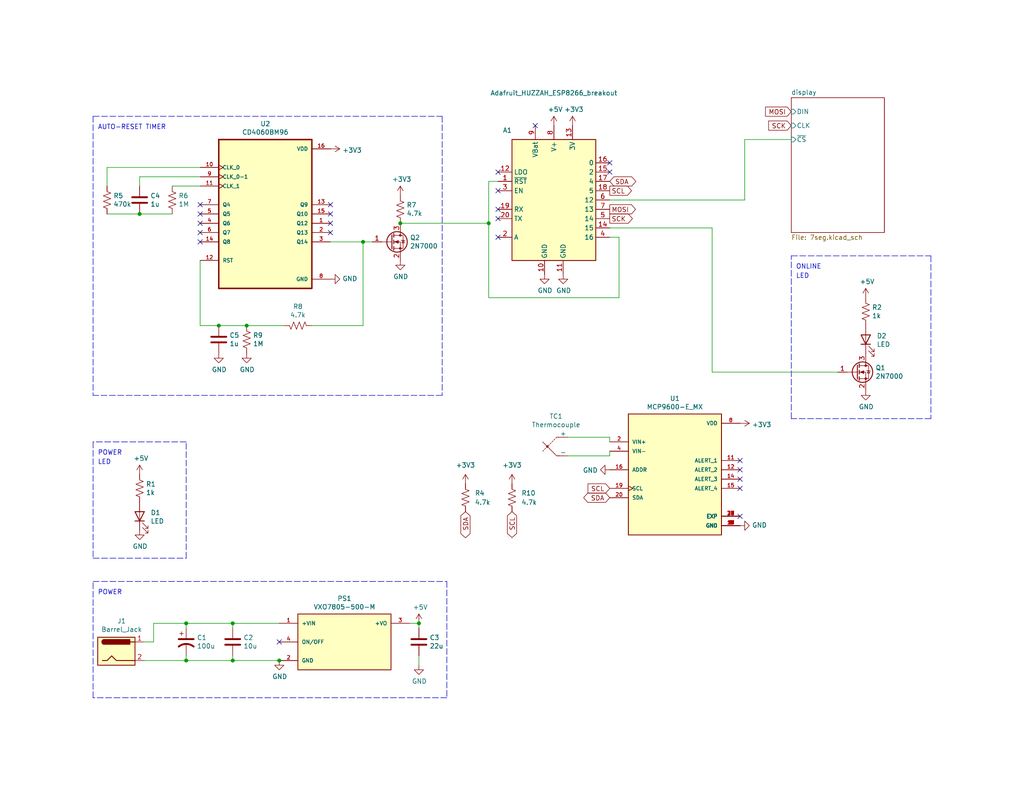
<source format=kicad_sch>
(kicad_sch (version 20211123) (generator eeschema)
  (paper "USLetter")
  (title_block (title "MQTT Thermocouple") (date "2022-04-22") (rev "B") (company "University of Wisconsin-Madison") (comment 1 "Department of Chemistry") (comment 2 "Instrument Shop") (comment 3 "Blaise Thompson") (comment 4 "blaise.thompson@wisc.edu"))
  (lib_symbols
    (symbol "CD4060BM96:CD4060BM96" (pin_names (offset 1.016))
      (property "Reference" "U" (at -12.7 21.3106 0))
      (property "Value" "CD4060BM96" (at -12.7 -24.3078 0))
      (symbol "CD4060BM96_0_0"
        (rectangle (start -12.7 -20.32) (end 12.7 20.32) (stroke (width 0.4064)) (fill (type background)))
        (pin bidirectional line (at 17.78 -2.54 180) (length 5.08) (name "Q12") (number "1"))
        (pin input clock (at -17.78 12.7 0) (length 5.08) (name "CLK_0") (number "10"))
        (pin input clock (at -17.78 7.62 0) (length 5.08) (name "CLK_1") (number "11"))
        (pin bidirectional line (at -17.78 -12.7 0) (length 5.08) (name "RST") (number "12"))
        (pin bidirectional line (at 17.78 2.54 180) (length 5.08) (name "Q9") (number "13"))
        (pin bidirectional line (at -17.78 -7.62 0) (length 5.08) (name "Q8") (number "14"))
        (pin bidirectional line (at 17.78 0 180) (length 5.08) (name "Q10") (number "15"))
        (pin power_in line (at 17.78 17.78 180) (length 5.08) (name "VDD") (number "16"))
        (pin bidirectional line (at 17.78 -5.08 180) (length 5.08) (name "Q13") (number "2"))
        (pin bidirectional line (at 17.78 -7.62 180) (length 5.08) (name "Q14") (number "3"))
        (pin bidirectional line (at -17.78 -2.54 0) (length 5.08) (name "Q6") (number "4"))
        (pin bidirectional line (at -17.78 0 0) (length 5.08) (name "Q5") (number "5"))
        (pin bidirectional line (at -17.78 -5.08 0) (length 5.08) (name "Q7") (number "6"))
        (pin bidirectional line (at -17.78 2.54 0) (length 5.08) (name "Q4") (number "7"))
        (pin power_in line (at 17.78 -17.78 180) (length 5.08) (name "GND") (number "8"))
        (pin input clock (at -17.78 10.16 0) (length 5.08) (name "CLK_0-1") (number "9"))
      )
    )
    (symbol "Connector:Barrel_Jack" (pin_names (offset 1.016))
      (property "Reference" "J" (at 0 5.334 0))
      (property "Value" "Barrel_Jack" (at 0 -5.08 0))
      (symbol "Barrel_Jack_0_1"
        (rectangle (start -5.08 3.81) (end 5.08 -3.81) (stroke (width 0.254)) (fill (type background)))
        (arc (start -3.302 3.175) (mid -3.937 2.54) (end -3.302 1.905) (stroke (width 0.254)))
        (arc (start -3.302 3.175) (mid -3.937 2.54) (end -3.302 1.905) (stroke (width 0.254)) (fill (type outline)))
        (polyline (pts (xy 5.08 2.54) (xy 3.81 2.54)) (stroke (width 0.254)))
        (polyline (pts (xy -3.81 -2.54) (xy -2.54 -2.54) (xy -1.27 -1.27) (xy 0 -2.54) (xy 2.54 -2.54) (xy 5.08 -2.54)) (stroke (width 0.254)))
        (rectangle (start 3.683 3.175) (end -3.302 1.905) (stroke (width 0.254)) (fill (type outline)))
      )
      (symbol "Barrel_Jack_1_1"
        (pin passive line (at 7.62 2.54 180) (length 2.54) (name "~") (number "1"))
        (pin passive line (at 7.62 -2.54 180) (length 2.54) (name "~") (number "2"))
      )
    )
    (symbol "Device:C" (pin_numbers hide) (pin_names (offset 0.254))
      (property "Reference" "C" (at 0.635 2.54 0))
      (property "Value" "C" (at 0.635 -2.54 0))
      (symbol "C_0_1"
        (polyline (pts (xy -2.032 -0.762) (xy 2.032 -0.762)) (stroke (width 0.508)))
        (polyline (pts (xy -2.032 0.762) (xy 2.032 0.762)) (stroke (width 0.508)))
      )
      (symbol "C_1_1"
        (pin passive line (at 0 3.81 270) (length 2.794) (name "~") (number "1"))
        (pin passive line (at 0 -3.81 90) (length 2.794) (name "~") (number "2"))
      )
    )
    (symbol "Device:CP1" (pin_numbers hide) (pin_names (offset 0.254) hide)
      (property "Reference" "C" (at 0.635 2.54 0))
      (property "Value" "Device_CP1" (at 0.635 -2.54 0))
      (symbol "CP1_0_1"
        (polyline (pts (xy -2.032 0.762) (xy 2.032 0.762)) (stroke (width 0.508)))
        (polyline (pts (xy -1.778 2.286) (xy -0.762 2.286)))
        (polyline (pts (xy -1.27 1.778) (xy -1.27 2.794)))
        (arc (start 2.032 -1.27) (mid 0 -0.5572) (end -2.032 -1.27) (stroke (width 0.508)))
      )
      (symbol "CP1_1_1"
        (pin passive line (at 0 3.81 270) (length 2.794) (name "~") (number "1"))
        (pin passive line (at 0 -3.81 90) (length 3.302) (name "~") (number "2"))
      )
    )
    (symbol "Device:LED" (pin_numbers hide) (pin_names (offset 1.016) hide)
      (property "Reference" "D" (at 0 2.54 0))
      (property "Value" "LED" (at 0 -2.54 0))
      (symbol "LED_0_1"
        (polyline (pts (xy -1.27 -1.27) (xy -1.27 1.27)) (stroke (width 0.254)))
        (polyline (pts (xy -1.27 0) (xy 1.27 0)))
        (polyline (pts (xy 1.27 -1.27) (xy 1.27 1.27) (xy -1.27 0) (xy 1.27 -1.27)) (stroke (width 0.254)))
        (polyline (pts (xy -3.048 -0.762) (xy -4.572 -2.286) (xy -3.81 -2.286) (xy -4.572 -2.286) (xy -4.572 -1.524)))
        (polyline (pts (xy -1.778 -0.762) (xy -3.302 -2.286) (xy -2.54 -2.286) (xy -3.302 -2.286) (xy -3.302 -1.524)))
      )
      (symbol "LED_1_1"
        (pin passive line (at -3.81 0 0) (length 2.54) (name "K") (number "1"))
        (pin passive line (at 3.81 0 180) (length 2.54) (name "A") (number "2"))
      )
    )
    (symbol "Device:Q_NMOS_GSD" (pin_names (offset 0) hide)
      (property "Reference" "Q" (at 5.08 1.27 0))
      (property "Value" "Q_NMOS_GSD" (at 5.08 -1.27 0))
      (symbol "Q_NMOS_GSD_0_1"
        (polyline (pts (xy 0.254 0) (xy -2.54 0)))
        (polyline (pts (xy 0.254 1.905) (xy 0.254 -1.905)) (stroke (width 0.254)))
        (polyline (pts (xy 0.762 -1.27) (xy 0.762 -2.286)) (stroke (width 0.254)))
        (polyline (pts (xy 0.762 0.508) (xy 0.762 -0.508)) (stroke (width 0.254)))
        (polyline (pts (xy 0.762 2.286) (xy 0.762 1.27)) (stroke (width 0.254)))
        (polyline (pts (xy 2.54 2.54) (xy 2.54 1.778)))
        (polyline (pts (xy 2.54 -2.54) (xy 2.54 0) (xy 0.762 0)))
        (polyline (pts (xy 0.762 -1.778) (xy 3.302 -1.778) (xy 3.302 1.778) (xy 0.762 1.778)))
        (polyline (pts (xy 1.016 0) (xy 2.032 0.381) (xy 2.032 -0.381) (xy 1.016 0)) (fill (type outline)))
        (polyline (pts (xy 2.794 0.508) (xy 2.921 0.381) (xy 3.683 0.381) (xy 3.81 0.254)))
        (polyline (pts (xy 3.302 0.381) (xy 2.921 -0.254) (xy 3.683 -0.254) (xy 3.302 0.381)))
        (circle (center 1.651 0) (radius 2.794) (stroke (width 0.254)))
        (circle (center 2.54 -1.778) (radius 0.254) (fill (type outline)))
        (circle (center 2.54 1.778) (radius 0.254) (fill (type outline)))
      )
      (symbol "Q_NMOS_GSD_1_1"
        (pin input line (at -5.08 0 0) (length 2.54) (name "G") (number "1"))
        (pin passive line (at 2.54 -5.08 90) (length 2.54) (name "S") (number "2"))
        (pin passive line (at 2.54 5.08 270) (length 2.54) (name "D") (number "3"))
      )
    )
    (symbol "Device:R_US" (pin_numbers hide) (pin_names (offset 0))
      (property "Reference" "R" (at 2.54 0 90))
      (property "Value" "R_US" (at -2.54 0 90))
      (symbol "R_US_0_1"
        (polyline (pts (xy 0 -2.286) (xy 0 -2.54)))
        (polyline (pts (xy 0 2.286) (xy 0 2.54)))
        (polyline (pts (xy 0 -0.762) (xy 1.016 -1.143) (xy 0 -1.524) (xy -1.016 -1.905) (xy 0 -2.286)))
        (polyline (pts (xy 0 0.762) (xy 1.016 0.381) (xy 0 0) (xy -1.016 -0.381) (xy 0 -0.762)))
        (polyline (pts (xy 0 2.286) (xy 1.016 1.905) (xy 0 1.524) (xy -1.016 1.143) (xy 0 0.762)))
      )
      (symbol "R_US_1_1"
        (pin passive line (at 0 3.81 270) (length 1.27) (name "~") (number "1"))
        (pin passive line (at 0 -3.81 90) (length 1.27) (name "~") (number "2"))
      )
    )
    (symbol "Device:Thermocouple" (pin_numbers hide) (pin_names (offset 0))
      (property "Reference" "TC" (at -3.048 3.81 0))
      (property "Value" "Thermocouple" (at -5.08 -4.064 0))
      (symbol "Thermocouple_0_1"
        (circle (center -3.048 0) (radius 0.254) (fill (type outline)))
        (polyline (pts (xy -4.064 -1.016) (xy -4.318 -1.27)))
        (polyline (pts (xy -3.556 -0.508) (xy -3.81 -0.762)))
        (polyline (pts (xy -3.048 0) (xy -3.302 -0.254)))
        (polyline (pts (xy -2.54 0.508) (xy -2.794 0.254)))
        (polyline (pts (xy -2.032 1.016) (xy -2.286 0.762)))
        (polyline (pts (xy -1.524 1.524) (xy -1.778 1.27)))
        (polyline (pts (xy -1.016 2.032) (xy -1.27 1.778)))
        (polyline (pts (xy -0.508 2.54) (xy -0.762 2.286)))
        (polyline (pts (xy 0 -2.54) (xy -0.254 -2.54)))
        (polyline (pts (xy 0 2.54) (xy -0.508 2.54)))
        (polyline (pts (xy 0.254 -2.54) (xy -0.508 -2.54) (xy -4.318 1.27)))
      )
      (symbol "Thermocouple_1_1"
        (pin passive line (at 2.54 2.54 180) (length 2.54) (name "+") (number "1"))
        (pin passive line (at 2.54 -2.54 180) (length 2.54) (name "-") (number "2"))
      )
    )
    (symbol "MCP9600-E_MX:MCP9600-E_MX" (pin_names (offset 1.016))
      (property "Reference" "U" (at -12.7 19.05 0))
      (property "Value" "MCP9600-E_MX_MCP9600-E_MX" (at -12.7 -16.51 0))
      (symbol "MCP9600-E_MX_0_0"
        (rectangle (start -12.7 -15.24) (end 12.7 17.78) (stroke (width 0.254)) (fill (type background)))
        (pin power_in line (at 17.78 -12.7 180) (length 5.08) (name "GND") (number "1"))
        (pin power_in line (at 17.78 -12.7 180) (length 5.08) (name "GND") (number "10"))
        (pin output line (at 17.78 5.08 180) (length 5.08) (name "ALERT_1") (number "11"))
        (pin output line (at 17.78 2.54 180) (length 5.08) (name "ALERT_2") (number "12"))
        (pin power_in line (at 17.78 -12.7 180) (length 5.08) (name "GND") (number "13"))
        (pin output line (at 17.78 0 180) (length 5.08) (name "ALERT_3") (number "14"))
        (pin output line (at 17.78 -2.54 180) (length 5.08) (name "ALERT_4") (number "15"))
        (pin input line (at -17.78 2.54 0) (length 5.08) (name "ADDR") (number "16"))
        (pin power_in line (at 17.78 -12.7 180) (length 5.08) (name "GND") (number "17"))
        (pin power_in line (at 17.78 -12.7 180) (length 5.08) (name "GND") (number "18"))
        (pin input clock (at -17.78 -2.54 0) (length 5.08) (name "SCL") (number "19"))
        (pin input line (at -17.78 10.16 0) (length 5.08) (name "VIN+") (number "2"))
        (pin bidirectional line (at -17.78 -5.08 0) (length 5.08) (name "SDA") (number "20"))
        (pin power_in line (at 17.78 -10.16 180) (length 5.08) (name "EXP") (number "21"))
        (pin power_in line (at 17.78 -10.16 180) (length 5.08) (name "EXP") (number "22"))
        (pin power_in line (at 17.78 -10.16 180) (length 5.08) (name "EXP") (number "23"))
        (pin power_in line (at 17.78 -10.16 180) (length 5.08) (name "EXP") (number "24"))
        (pin power_in line (at 17.78 -10.16 180) (length 5.08) (name "EXP") (number "25"))
        (pin power_in line (at 17.78 -10.16 180) (length 5.08) (name "EXP") (number "26"))
        (pin power_in line (at 17.78 -10.16 180) (length 5.08) (name "EXP") (number "27"))
        (pin power_in line (at 17.78 -10.16 180) (length 5.08) (name "EXP") (number "28"))
        (pin power_in line (at 17.78 -10.16 180) (length 5.08) (name "EXP") (number "29"))
        (pin power_in line (at 17.78 -12.7 180) (length 5.08) (name "GND") (number "3"))
        (pin power_in line (at 17.78 -10.16 180) (length 5.08) (name "EXP") (number "30"))
        (pin input line (at -17.78 7.62 0) (length 5.08) (name "VIN-") (number "4"))
        (pin power_in line (at 17.78 -12.7 180) (length 5.08) (name "GND") (number "5"))
        (pin power_in line (at 17.78 -12.7 180) (length 5.08) (name "GND") (number "6"))
        (pin power_in line (at 17.78 -12.7 180) (length 5.08) (name "GND") (number "7"))
        (pin power_in line (at 17.78 15.24 180) (length 5.08) (name "VDD") (number "8"))
        (pin power_in line (at 17.78 -12.7 180) (length 5.08) (name "GND") (number "9"))
      )
    )
    (symbol "MCU_Module:Adafruit_HUZZAH_ESP8266_breakout"
      (property "Reference" "A" (at 7.62 19.05 0))
      (property "Value" "Adafruit_HUZZAH_ESP8266_breakout" (at 3.81 -19.05 0))
      (symbol "Adafruit_HUZZAH_ESP8266_breakout_0_1"
        (rectangle (start -11.43 16.51) (end 11.43 -16.51) (stroke (width 0.254)) (fill (type background)))
      )
      (symbol "Adafruit_HUZZAH_ESP8266_breakout_1_1"
        (pin input line (at -15.24 5.08 0) (length 3.81) (name "~{RST}") (number "1"))
        (pin power_in line (at -2.54 -20.32 90) (length 3.81) (name "GND") (number "10"))
        (pin power_in line (at 2.54 -20.32 90) (length 3.81) (name "GND") (number "11"))
        (pin input line (at -15.24 7.62 0) (length 3.81) (name "LDO") (number "12"))
        (pin power_out line (at 5.08 20.32 270) (length 3.81) (name "3V") (number "13"))
        (pin bidirectional line (at 15.24 -7.62 180) (length 3.81) (name "15") (number "14"))
        (pin bidirectional line (at 15.24 7.62 180) (length 3.81) (name "2") (number "15"))
        (pin bidirectional line (at 15.24 10.16 180) (length 3.81) (name "0") (number "16"))
        (pin bidirectional line (at 15.24 5.08 180) (length 3.81) (name "4") (number "17"))
        (pin bidirectional line (at 15.24 2.54 180) (length 3.81) (name "5") (number "18"))
        (pin input line (at -15.24 -2.54 0) (length 3.81) (name "RX") (number "19"))
        (pin input line (at -15.24 -10.16 0) (length 3.81) (name "A") (number "2"))
        (pin output line (at -15.24 -5.08 0) (length 3.81) (name "TX") (number "20"))
        (pin input line (at -15.24 2.54 0) (length 3.81) (name "EN") (number "3"))
        (pin bidirectional line (at 15.24 -10.16 180) (length 3.81) (name "16") (number "4"))
        (pin bidirectional line (at 15.24 -5.08 180) (length 3.81) (name "14") (number "5"))
        (pin bidirectional line (at 15.24 0 180) (length 3.81) (name "12") (number "6"))
        (pin bidirectional line (at 15.24 -2.54 180) (length 3.81) (name "13") (number "7"))
        (pin power_in line (at 0 20.32 270) (length 3.81) (name "V+") (number "8"))
        (pin power_in line (at -5.08 20.32 270) (length 3.81) (name "VBat") (number "9"))
      )
    )
    (symbol "VXO7805-500-M:VXO7805-500-M" (pin_names (offset 1.016))
      (property "Reference" "PS" (at -12.7 8.89 0))
      (property "Value" "VXO7805-500-M" (at -12.7 -8.89 0))
      (symbol "VXO7805-500-M_0_0"
        (pin input line (at -17.78 5.08 0) (length 5.08) (name "+VIN") (number "1"))
        (pin power_in line (at -17.78 -5.08 0) (length 5.08) (name "GND") (number "2"))
        (pin output line (at 17.78 5.08 180) (length 5.08) (name "+VO") (number "3"))
        (pin input line (at -17.78 0 0) (length 5.08) (name "ON/OFF") (number "4"))
      )
      (symbol "VXO7805-500-M_1_1"
        (rectangle (start -12.7 7.62) (end 12.7 -7.62) (stroke (width 0.254)) (fill (type background)))
      )
    )
    (symbol "power:+3.3V" (power) (pin_names (offset 0))
      (property "Value" "+3.3V" (at 0 3.556 0))
      (symbol "+3.3V_0_1"
        (polyline (pts (xy -0.762 1.27) (xy 0 2.54)))
        (polyline (pts (xy 0 0) (xy 0 2.54)))
        (polyline (pts (xy 0 2.54) (xy 0.762 1.27)))
      )
      (symbol "+3.3V_1_1"
        (pin power_in line (at 0 0 90) (length 0) hide (name "+3V3") (number "1"))
      )
    )
    (symbol "power:+5V" (power) (pin_names (offset 0))
      (property "Value" "+5V" (at 0 3.556 0))
      (symbol "+5V_0_1"
        (polyline (pts (xy -0.762 1.27) (xy 0 2.54)))
        (polyline (pts (xy 0 0) (xy 0 2.54)))
        (polyline (pts (xy 0 2.54) (xy 0.762 1.27)))
      )
      (symbol "+5V_1_1"
        (pin power_in line (at 0 0 90) (length 0) hide (name "+5V") (number "1"))
      )
    )
    (symbol "power:GND" (power) (pin_names (offset 0))
      (property "Value" "GND" (at 0 -3.81 0))
      (symbol "GND_0_1"
        (polyline (pts (xy 0 0) (xy 0 -1.27) (xy 1.27 -1.27) (xy 0 -2.54) (xy -1.27 -1.27) (xy 0 -1.27)))
      )
      (symbol "GND_1_1"
        (pin power_in line (at 0 0 270) (length 0) hide (name "GND") (number "1"))
      )
    )
  )
  (junction (at 50.8 170.18))
  (junction (at 63.5 170.18))
  (junction (at 59.69 88.9))
  (junction (at 114.3 170.18))
  (junction (at 50.8 180.34))
  (junction (at 76.2 180.34))
  (junction (at 67.31 88.9))
  (junction (at 63.5 180.34))
  (junction (at 133.35 60.96))
  (junction (at 99.06 66.04))
  (junction (at 109.22 60.96))
  (junction (at 38.1 58.42))
  (no_connect (at 135.89 52.07))
  (no_connect (at 135.89 57.15))
  (no_connect (at 54.61 58.42))
  (no_connect (at 76.2 175.26))
  (no_connect (at 90.17 63.5))
  (no_connect (at 90.17 58.42))
  (no_connect (at 201.93 128.27))
  (no_connect (at 54.61 66.04))
  (no_connect (at 54.61 60.96))
  (no_connect (at 166.37 46.99))
  (no_connect (at 146.05 34.29))
  (no_connect (at 90.17 60.96))
  (no_connect (at 166.37 44.45))
  (no_connect (at 54.61 55.88))
  (no_connect (at 135.89 59.69))
  (no_connect (at 201.93 140.97))
  (no_connect (at 90.17 55.88))
  (no_connect (at 201.93 130.81))
  (no_connect (at 201.93 133.35))
  (no_connect (at 201.93 125.73))
  (no_connect (at 135.89 46.99))
  (no_connect (at 135.89 64.77))
  (no_connect (at 54.61 63.5))
  (polyline (pts (xy 25.4 31.75) (xy 120.65 31.75)))
  (wire (pts (xy 50.8 180.34) (xy 63.5 180.34)))
  (wire (pts (xy 63.5 179.07) (xy 63.5 180.34)))
  (wire (pts (xy 194.31 101.6) (xy 228.6 101.6)))
  (polyline (pts (xy 25.4 190.5) (xy 25.4 158.75)))
  (wire (pts (xy 54.61 48.26) (xy 38.1 48.26)))
  (polyline (pts (xy 25.4 31.75) (xy 25.4 107.95)))
  (wire (pts (xy 194.31 62.23) (xy 194.31 101.6)))
  (polyline (pts (xy 120.65 107.95) (xy 25.4 107.95)))
  (wire (pts (xy 50.8 171.45) (xy 50.8 170.18)))
  (polyline (pts (xy 25.4 152.4) (xy 50.8 152.4)))
  (wire (pts (xy 168.91 64.77) (xy 168.91 81.28)))
  (wire (pts (xy 39.37 175.26) (xy 41.91 175.26)))
  (wire (pts (xy 29.21 45.72) (xy 29.21 50.8)))
  (wire (pts (xy 133.35 49.53) (xy 133.35 60.96)))
  (polyline (pts (xy 25.4 120.65) (xy 25.4 152.4)))
  (wire (pts (xy 114.3 179.07) (xy 114.3 181.61)))
  (wire (pts (xy 63.5 170.18) (xy 76.2 170.18)))
  (wire (pts (xy 133.35 49.53) (xy 135.89 49.53)))
  (wire (pts (xy 63.5 180.34) (xy 76.2 180.34)))
  (polyline (pts (xy 121.92 190.5) (xy 25.4 190.5)))
  (wire (pts (xy 54.61 45.72) (xy 29.21 45.72)))
  (wire (pts (xy 154.94 119.38) (xy 166.37 119.38)))
  (wire (pts (xy 67.31 88.9) (xy 77.47 88.9)))
  (wire (pts (xy 133.35 81.28) (xy 168.91 81.28)))
  (wire (pts (xy 41.91 170.18) (xy 50.8 170.18)))
  (polyline (pts (xy 254 69.85) (xy 254 114.3)))
  (wire (pts (xy 39.37 180.34) (xy 50.8 180.34)))
  (wire (pts (xy 50.8 179.07) (xy 50.8 180.34)))
  (wire (pts (xy 54.61 88.9) (xy 59.69 88.9)))
  (wire (pts (xy 109.22 60.96) (xy 133.35 60.96)))
  (wire (pts (xy 29.21 58.42) (xy 38.1 58.42)))
  (wire (pts (xy 38.1 48.26) (xy 38.1 50.8)))
  (wire (pts (xy 85.09 88.9) (xy 99.06 88.9)))
  (wire (pts (xy 54.61 88.9) (xy 54.61 71.12)))
  (polyline (pts (xy 50.8 120.65) (xy 25.4 120.65)))
  (wire (pts (xy 166.37 62.23) (xy 194.31 62.23)))
  (wire (pts (xy 90.17 66.04) (xy 99.06 66.04)))
  (wire (pts (xy 166.37 119.38) (xy 166.37 120.65)))
  (wire (pts (xy 114.3 170.18) (xy 111.76 170.18)))
  (wire (pts (xy 46.99 50.8) (xy 54.61 50.8)))
  (wire (pts (xy 203.2 54.61) (xy 203.2 38.1)))
  (wire (pts (xy 154.94 124.46) (xy 166.37 124.46)))
  (wire (pts (xy 166.37 54.61) (xy 203.2 54.61)))
  (polyline (pts (xy 50.8 152.4) (xy 50.8 120.65)))
  (wire (pts (xy 99.06 66.04) (xy 101.6 66.04)))
  (polyline (pts (xy 25.4 158.75) (xy 121.92 158.75)))
  (polyline (pts (xy 121.92 158.75) (xy 121.92 190.5)))
  (wire (pts (xy 114.3 171.45) (xy 114.3 170.18)))
  (wire (pts (xy 166.37 124.46) (xy 166.37 123.19)))
  (polyline (pts (xy 120.65 31.75) (xy 120.65 107.95)))
  (wire (pts (xy 166.37 64.77) (xy 168.91 64.77)))
  (wire (pts (xy 50.8 170.18) (xy 63.5 170.18)))
  (polyline (pts (xy 215.9 114.3) (xy 215.9 69.85)))
  (polyline (pts (xy 254 114.3) (xy 215.9 114.3)))
  (polyline (pts (xy 215.9 69.85) (xy 254 69.85)))
  (wire (pts (xy 203.2 38.1) (xy 215.9 38.1)))
  (wire (pts (xy 59.69 88.9) (xy 67.31 88.9)))
  (wire (pts (xy 63.5 170.18) (xy 63.5 171.45)))
  (wire (pts (xy 133.35 60.96) (xy 133.35 81.28)))
  (wire (pts (xy 99.06 88.9) (xy 99.06 66.04)))
  (wire (pts (xy 41.91 175.26) (xy 41.91 170.18)))
  (wire (pts (xy 38.1 58.42) (xy 46.99 58.42)))
  (text "POWER\n" (at 26.67 124.46 0) (effects (font (size 1.27 1.27)) (justify left bottom)))
  (text "AUTO-RESET TIMER" (at 26.67 35.56 0) (effects (font (size 1.27 1.27)) (justify left bottom)))
  (text "LED\n" (at 26.67 127 0) (effects (font (size 1.27 1.27)) (justify left bottom)))
  (text "LED\n" (at 217.17 76.2 0) (effects (font (size 1.27 1.27)) (justify left bottom)))
  (text "ONLINE" (at 217.17 73.66 0) (effects (font (size 1.27 1.27)) (justify left bottom)))
  (text "POWER" (at 26.67 162.56 0) (effects (font (size 1.27 1.27)) (justify left bottom)))
  (global_label "MOSI" (shape output) (at 166.37 57.15 0) (property "Intersheet References" "${INTERSHEET_REFS}" (effects hide)))
  (global_label "SDA" (shape bidirectional) (at 166.37 49.53 0) (property "Intersheet References" "${INTERSHEET_REFS}" (effects hide)))
  (global_label "SDA" (shape bidirectional) (at 127 139.7 270) (property "Intersheet References" "${INTERSHEET_REFS}" (effects hide)))
  (global_label "SCL" (shape input) (at 166.37 133.35 180) (property "Intersheet References" "${INTERSHEET_REFS}" (effects hide)))
  (global_label "SCL" (shape bidirectional) (at 139.7 139.7 270) (property "Intersheet References" "${INTERSHEET_REFS}" (effects hide)))
  (global_label "SCK" (shape output) (at 166.37 59.69 0) (property "Intersheet References" "${INTERSHEET_REFS}" (effects hide)))
  (global_label "MOSI" (shape input) (at 215.9 30.48 180) (property "Intersheet References" "${INTERSHEET_REFS}" (effects hide)))
  (global_label "SDA" (shape bidirectional) (at 166.37 135.89 180) (property "Intersheet References" "${INTERSHEET_REFS}" (effects hide)))
  (global_label "SCL" (shape output) (at 166.37 52.07 0) (property "Intersheet References" "${INTERSHEET_REFS}" (effects hide)))
  (global_label "SCK" (shape input) (at 215.9 34.29 180) (property "Intersheet References" "${INTERSHEET_REFS}" (effects hide)))
  (symbol (lib_id "MCU_Module:Adafruit_HUZZAH_ESP8266_breakout") (at 151.13 54.61 0) (unit 1)
    (property "Reference" "A1" (at 138.43 35.56 0))
    (property "Value" "Adafruit_HUZZAH_ESP8266_breakout" (at 151.13 25.4 0))
    (property "Footprint" "Module:Adafruit_HUZZAH_ESP8266_breakout" (effects hide))
    (property "Datasheet" "https://www.adafruit.com/product/2471" (effects hide))
  )
  (symbol (lib_id "Connector:Barrel_Jack") (at 31.75 177.8 0) (unit 1)
    (property "Reference" "J1" (at 33.1978 169.545 0))
    (property "Value" "Barrel_Jack" (at 33.1978 171.8564 0))
    (property "Footprint" "Connector_BarrelJack:BarrelJack_Horizontal" (effects hide))
  )
  (symbol (lib_id "power:GND") (at 153.67 74.93 0) (unit 1)
    (property "Reference" "#PWR0101" (effects hide))
    (property "Value" "GND" (at 153.797 79.3242 0))
  )
  (symbol (lib_id "power:GND") (at 148.59 74.93 0) (unit 1)
    (property "Reference" "#PWR0102" (effects hide))
    (property "Value" "GND" (at 148.717 79.3242 0))
  )
  (symbol (lib_id "VXO7805-500-M:VXO7805-500-M") (at 93.98 175.26 0) (unit 1)
    (property "Reference" "PS1" (at 93.98 163.3982 0))
    (property "Value" "VXO7805-500-M" (at 93.98 165.7096 0))
    (property "Footprint" "CONV_VXO7805-500-M" (effects hide))
    (property "Datasheet" "1.0" (effects hide))
    (property "Field4" "3.5 mm" (effects hide))
    (property "Field5" "CUI Inc." (effects hide))
    (property "Field6" "Manufacturer Recommendations" (effects hide))
  )
  (symbol (lib_id "Device:R_US") (at 38.1 133.35 0) (unit 1)
    (property "Reference" "R1" (at 39.8272 132.1816 0) (effects (justify left)))
    (property "Value" "1k" (at 39.8272 134.493 0) (effects (justify left)))
    (property "Footprint" "Resistor_SMD:R_1206_3216Metric_Pad1.30x1.75mm_HandSolder" (effects hide))
  )
  (symbol (lib_id "Device:LED") (at 38.1 140.97 90) (unit 1)
    (property "Reference" "D1" (at 41.0972 139.9794 90) (effects (justify right)))
    (property "Value" "LED" (at 41.0972 142.2908 90) (effects (justify right)))
    (property "Footprint" "LED_SMD:LED_1206_3216Metric_Pad1.42x1.75mm_HandSolder" (effects hide))
  )
  (symbol (lib_id "Device:R_US") (at 236.22 85.09 0) (unit 1)
    (property "Reference" "R2" (at 237.9472 83.9216 0) (effects (justify left)))
    (property "Value" "1k" (at 237.9472 86.233 0) (effects (justify left)))
    (property "Footprint" "Resistor_SMD:R_1206_3216Metric_Pad1.30x1.75mm_HandSolder" (effects hide))
  )
  (symbol (lib_id "Device:LED") (at 236.22 92.71 90) (unit 1)
    (property "Reference" "D2" (at 239.2172 91.7194 90) (effects (justify right)))
    (property "Value" "LED" (at 239.2172 94.0308 90) (effects (justify right)))
    (property "Footprint" "LED_SMD:LED_1206_3216Metric_Pad1.42x1.75mm_HandSolder" (effects hide))
  )
  (symbol (lib_id "power:GND") (at 38.1 144.78 0) (unit 1)
    (property "Reference" "#PWR0104" (effects hide))
    (property "Value" "GND" (at 38.227 149.1742 0))
  )
  (symbol (lib_id "power:GND") (at 236.22 106.68 0) (unit 1)
    (property "Reference" "#PWR0105" (effects hide))
    (property "Value" "GND" (at 236.347 111.0742 0))
  )
  (symbol (lib_id "power:+5V") (at 114.3 170.18 0) (unit 1)
    (property "Reference" "#PWR0109" (effects hide))
    (property "Value" "+5V" (at 114.681 165.7858 0))
  )
  (symbol (lib_id "power:+5V") (at 236.22 81.28 0) (unit 1)
    (property "Reference" "#PWR0110" (effects hide))
    (property "Value" "+5V" (at 236.601 76.8858 0))
  )
  (symbol (lib_id "power:+5V") (at 38.1 129.54 0) (unit 1)
    (property "Reference" "#PWR0111" (effects hide))
    (property "Value" "+5V" (at 38.481 125.1458 0))
  )
  (symbol (lib_id "Device:CP1") (at 50.8 175.26 0) (unit 1)
    (property "Reference" "C1" (at 53.721 174.0916 0) (effects (justify left)))
    (property "Value" "100u" (at 53.721 176.403 0) (effects (justify left)))
    (property "Footprint" "Capacitor_THT:CP_Radial_Tantal_D7.0mm_P2.50mm" (effects hide))
  )
  (symbol (lib_id "Device:C") (at 63.5 175.26 0) (unit 1)
    (property "Reference" "C2" (at 66.421 174.0916 0) (effects (justify left)))
    (property "Value" "10u" (at 66.421 176.403 0) (effects (justify left)))
    (property "Footprint" "Capacitor_SMD:C_1206_3216Metric_Pad1.33x1.80mm_HandSolder" (effects hide))
  )
  (symbol (lib_id "Device:C") (at 114.3 175.26 0) (unit 1)
    (property "Reference" "C3" (at 117.221 174.0916 0) (effects (justify left)))
    (property "Value" "22u" (at 117.221 176.403 0) (effects (justify left)))
    (property "Footprint" "Capacitor_SMD:C_1206_3216Metric_Pad1.33x1.80mm_HandSolder" (effects hide))
  )
  (symbol (lib_id "power:GND") (at 114.3 181.61 0) (unit 1)
    (property "Reference" "#PWR0112" (effects hide))
    (property "Value" "GND" (at 114.427 186.0042 0))
  )
  (symbol (lib_id "power:+3.3V") (at 156.21 34.29 0) (unit 1)
    (property "Reference" "#PWR0113" (effects hide))
    (property "Value" "+3.3V" (at 156.591 29.8958 0))
  )
  (symbol (lib_id "power:+5V") (at 151.13 34.29 0) (unit 1)
    (property "Reference" "#PWR0114" (effects hide))
    (property "Value" "+5V" (at 151.511 29.8958 0))
  )
  (symbol (lib_id "power:GND") (at 76.2 180.34 0) (unit 1)
    (property "Reference" "#PWR0115" (effects hide))
    (property "Value" "GND" (at 76.327 184.7342 0))
  )
  (symbol (lib_id "CD4060BM96:CD4060BM96") (at 72.39 58.42 0) (unit 1)
    (property "Reference" "U2" (at 72.39 33.782 0))
    (property "Value" "CD4060BM96" (at 72.39 36.0934 0))
    (property "Footprint" "Package_SO:SOIC-16_3.9x9.9mm_P1.27mm" (effects hide))
  )
  (symbol (lib_id "Device:C") (at 38.1 54.61 0) (unit 1)
    (property "Reference" "C4" (at 41.021 53.4416 0) (effects (justify left)))
    (property "Value" "1u" (at 41.021 55.753 0) (effects (justify left)))
    (property "Footprint" "Capacitor_SMD:C_1206_3216Metric_Pad1.33x1.80mm_HandSolder" (effects hide))
  )
  (symbol (lib_id "Device:R_US") (at 29.21 54.61 180) (unit 1)
    (property "Reference" "R5" (at 30.9372 53.4416 0) (effects (justify right)))
    (property "Value" "470k" (at 30.9372 55.753 0) (effects (justify right)))
    (property "Footprint" "Resistor_SMD:R_1206_3216Metric_Pad1.30x1.75mm_HandSolder" (effects hide))
  )
  (symbol (lib_id "Device:R_US") (at 46.99 54.61 180) (unit 1)
    (property "Reference" "R6" (at 48.7172 53.4416 0) (effects (justify right)))
    (property "Value" "1M" (at 48.7172 55.753 0) (effects (justify right)))
    (property "Footprint" "Resistor_SMD:R_1206_3216Metric_Pad1.30x1.75mm_HandSolder" (effects hide))
  )
  (symbol (lib_id "power:GND") (at 90.17 76.2 90) (unit 1)
    (property "Reference" "#PWR02" (effects hide))
    (property "Value" "GND" (at 93.4212 76.073 90) (effects (justify right)))
  )
  (symbol (lib_id "power:+3.3V") (at 90.17 40.64 270) (unit 1)
    (property "Reference" "#PWR01" (effects hide))
    (property "Value" "+3.3V" (at 93.4212 41.021 90) (effects (justify left)))
  )
  (symbol (lib_id "Device:Q_NMOS_GSD") (at 106.68 66.04 0) (unit 1)
    (property "Reference" "Q2" (at 111.8616 64.8716 0) (effects (justify left)))
    (property "Value" "2N7000" (at 111.8616 67.183 0) (effects (justify left)))
    (property "Footprint" "Package_TO_SOT_SMD:SOT-23_Handsoldering" (effects hide))
  )
  (symbol (lib_id "Device:Q_NMOS_GSD") (at 233.68 101.6 0) (unit 1)
    (property "Reference" "Q1" (at 238.8616 100.4316 0) (effects (justify left)))
    (property "Value" "2N7000" (at 238.8616 102.743 0) (effects (justify left)))
    (property "Footprint" "Package_TO_SOT_SMD:SOT-23_Handsoldering" (effects hide))
  )
  (symbol (lib_id "Device:R_US") (at 109.22 57.15 0) (unit 1)
    (property "Reference" "R7" (at 110.9472 55.9816 0) (effects (justify left)))
    (property "Value" "4.7k" (at 110.9472 58.293 0) (effects (justify left)))
    (property "Footprint" "Resistor_SMD:R_1206_3216Metric_Pad1.30x1.75mm_HandSolder" (effects hide))
  )
  (symbol (lib_id "power:+3.3V") (at 109.22 53.34 0) (unit 1)
    (property "Reference" "#PWR03" (effects hide))
    (property "Value" "+3.3V" (at 109.601 48.9458 0))
  )
  (symbol (lib_id "power:GND") (at 109.22 71.12 0) (unit 1)
    (property "Reference" "#PWR04" (effects hide))
    (property "Value" "GND" (at 109.347 75.5142 0))
  )
  (symbol (lib_id "Device:R_US") (at 81.28 88.9 270) (mirror x) (unit 1)
    (property "Reference" "R8" (at 81.28 83.693 90))
    (property "Value" "4.7k" (at 81.28 86.0044 90))
    (property "Footprint" "Resistor_SMD:R_1206_3216Metric_Pad1.30x1.75mm_HandSolder" (effects hide))
  )
  (symbol (lib_id "Device:C") (at 59.69 92.71 0) (unit 1)
    (property "Reference" "C5" (at 62.611 91.5416 0) (effects (justify left)))
    (property "Value" "1u" (at 62.611 93.853 0) (effects (justify left)))
    (property "Footprint" "Capacitor_SMD:C_1206_3216Metric_Pad1.33x1.80mm_HandSolder" (effects hide))
  )
  (symbol (lib_id "power:GND") (at 59.69 96.52 0) (unit 1)
    (property "Reference" "#PWR05" (effects hide))
    (property "Value" "GND" (at 59.817 100.9142 0))
  )
  (symbol (lib_id "Device:R_US") (at 67.31 92.71 0) (unit 1)
    (property "Reference" "R9" (at 69.0372 91.5416 0) (effects (justify left)))
    (property "Value" "1M" (at 69.0372 93.853 0) (effects (justify left)))
    (property "Footprint" "Resistor_SMD:R_1206_3216Metric_Pad1.30x1.75mm_HandSolder" (effects hide))
  )
  (symbol (lib_id "power:GND") (at 67.31 96.52 0) (unit 1)
    (property "Reference" "#PWR06" (effects hide))
    (property "Value" "GND" (at 67.437 100.9142 0))
  )
  (symbol (lib_id "MCP9600-E_MX:MCP9600-E_MX") (at 184.15 130.81 0) (unit 1)
    (property "Reference" "U1" (at 184.15 108.7882 0))
    (property "Value" "MCP9600-E_MX" (at 184.15 111.0996 0))
    (property "Footprint" "footprints:MX" (effects hide))
    (property "STANDARD" "IPC-7351B" (effects hide))
    (property "MAXIMUM_PACKAGE_HEIGHT" "1.00mm" (effects hide))
    (property "MANUFACTURER" "Microchip" (effects hide))
    (property "PARTREV" "F" (effects hide))
  )
  (symbol (lib_id "Device:Thermocouple") (at 152.4 121.92 0) (unit 1)
    (property "Reference" "TC1" (at 151.7142 113.665 0))
    (property "Value" "Thermocouple" (at 151.7142 115.9764 0))
    (property "Footprint" "footprints:K1X-FEMX-CON-FP-X-PCCX" (effects hide))
  )
  (symbol (lib_id "power:GND") (at 201.93 143.51 90) (unit 1)
    (property "Reference" "#PWR0103" (effects hide))
    (property "Value" "GND" (at 205.1812 143.383 90) (effects (justify right)))
  )
  (symbol (lib_id "power:+3.3V") (at 201.93 115.57 270) (unit 1)
    (property "Reference" "#PWR0106" (effects hide))
    (property "Value" "+3.3V" (at 205.1812 115.951 90) (effects (justify left)))
  )
  (symbol (lib_id "power:GND") (at 166.37 128.27 270) (unit 1)
    (property "Reference" "#PWR0107" (effects hide))
    (property "Value" "GND" (at 163.1188 128.397 90) (effects (justify right)))
  )
  (symbol (lib_id "Device:R_US") (at 127 135.89 0) (unit 1)
    (property "Reference" "R4" (at 129.54 134.6199 0) (effects (justify left)))
    (property "Value" "4.7k" (at 129.54 137.1599 0) (effects (justify left)))
    (property "Footprint" "Resistor_SMD:R_1206_3216Metric_Pad1.30x1.75mm_HandSolder" (effects hide))
  )
  (symbol (lib_id "Device:R_US") (at 139.7 135.89 0) (unit 1)
    (property "Reference" "R10" (at 142.24 134.6199 0) (effects (justify left)))
    (property "Value" "4.7k" (at 142.24 137.1599 0) (effects (justify left)))
    (property "Footprint" "Resistor_SMD:R_1206_3216Metric_Pad1.30x1.75mm_HandSolder" (effects hide))
  )
  (symbol (lib_id "power:+3.3V") (at 127 132.08 0) (unit 1)
    (property "Reference" "#PWR0121" (effects hide))
    (property "Value" "+3.3V" (at 127 127 0))
  )
  (symbol (lib_id "power:+3.3V") (at 139.7 132.08 0) (unit 1)
    (property "Reference" "#PWR0122" (effects hide))
    (property "Value" "+3.3V" (at 139.7 127 0))
  )
  (sheet (at 215.9 26.67) (size 25.4 36.83)
    (property "Sheet name" "display" (at 215.9 25.9584 0) (effects (justify left bottom)))
    (property "Sheet file" "7seg.kicad_sch" (at 215.9 64.0846 0) (effects (justify left top)))
    (pin "DIN" input (at 215.9 30.48 180))
    (pin "CLK" input (at 215.9 34.29 180))
    (pin "~{CS}" input (at 215.9 38.1 180))
  )
)
</source>
